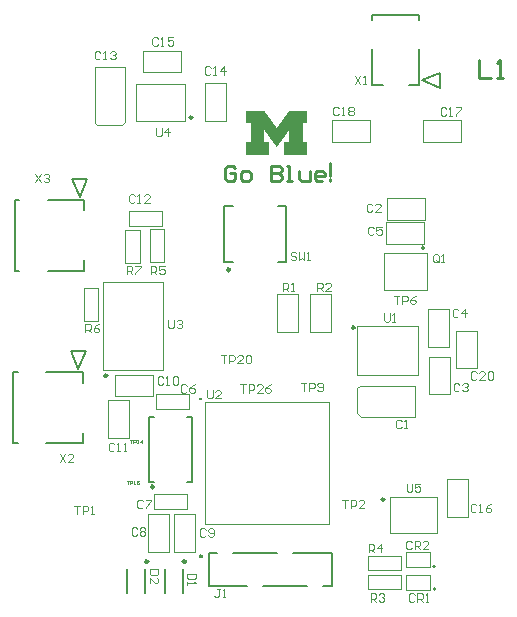
<source format=gto>
G04*
G04 #@! TF.GenerationSoftware,Altium Limited,Altium Designer,23.7.1 (13)*
G04*
G04 Layer_Color=65535*
%FSLAX25Y25*%
%MOIN*%
G70*
G04*
G04 #@! TF.SameCoordinates,E761BF88-05AE-44ED-84BE-F3DD1BAF6ADF*
G04*
G04*
G04 #@! TF.FilePolarity,Positive*
G04*
G01*
G75*
%ADD10C,0.01000*%
%ADD11C,0.00600*%
%ADD12C,0.00394*%
%ADD13C,0.00500*%
G36*
X82328Y171668D02*
X87636D01*
Y171633D01*
X87653D01*
Y171615D01*
X87671D01*
Y171580D01*
X87689D01*
Y171562D01*
X87706D01*
Y171545D01*
X87724D01*
Y171509D01*
X87742D01*
Y171492D01*
X87759D01*
Y171474D01*
X87777D01*
Y171439D01*
X87795D01*
Y171421D01*
X87812D01*
Y171386D01*
X87830D01*
Y171368D01*
X87848D01*
Y171351D01*
X87865D01*
Y171316D01*
X87883D01*
Y171298D01*
X87900D01*
Y171280D01*
X87918D01*
Y171245D01*
X87936D01*
Y171227D01*
X87953D01*
Y171192D01*
X87971D01*
Y171174D01*
X87989D01*
Y171157D01*
X88006D01*
Y171122D01*
X88024D01*
Y171104D01*
X88042D01*
Y171069D01*
X88059D01*
Y171051D01*
X88077D01*
Y171033D01*
X88094D01*
Y170998D01*
X88112D01*
Y170980D01*
X88130D01*
Y170963D01*
X88147D01*
Y170928D01*
X88165D01*
Y170910D01*
X88182D01*
Y170875D01*
X88200D01*
Y170857D01*
X88218D01*
Y170839D01*
X88235D01*
Y170804D01*
X88253D01*
Y170786D01*
X88271D01*
Y170751D01*
X88288D01*
Y170733D01*
X88306D01*
Y170716D01*
X88324D01*
Y170681D01*
X88341D01*
Y170663D01*
X88359D01*
Y170645D01*
X88376D01*
Y170610D01*
X88394D01*
Y170592D01*
X88412D01*
Y170557D01*
X88429D01*
Y170540D01*
X88447D01*
Y170522D01*
X88465D01*
Y170487D01*
X88482D01*
Y170469D01*
X88500D01*
Y170451D01*
X88518D01*
Y170416D01*
X88535D01*
Y170398D01*
X88553D01*
Y170363D01*
X88570D01*
Y170346D01*
X88588D01*
Y170328D01*
X88606D01*
Y170293D01*
X88623D01*
Y170275D01*
X88641D01*
Y170240D01*
X88659D01*
Y170222D01*
X88676D01*
Y170204D01*
X88694D01*
Y170169D01*
X88712D01*
Y170152D01*
X88729D01*
Y170134D01*
X88747D01*
Y170099D01*
X88764D01*
Y170081D01*
X88782D01*
Y170046D01*
X88800D01*
Y170028D01*
X88817D01*
Y170011D01*
X88835D01*
Y169975D01*
X88853D01*
Y169958D01*
X88870D01*
Y169940D01*
X88888D01*
Y169905D01*
X88906D01*
Y169887D01*
X88923D01*
Y169852D01*
X88941D01*
Y169834D01*
X88958D01*
Y169817D01*
X88976D01*
Y169781D01*
X88994D01*
Y169764D01*
X89011D01*
Y169728D01*
X89029D01*
Y169711D01*
X89047D01*
Y169693D01*
X89064D01*
Y169658D01*
X89082D01*
Y169640D01*
X89100D01*
Y169623D01*
X89117D01*
Y169587D01*
X89135D01*
Y169570D01*
X89152D01*
Y169535D01*
X89170D01*
Y169517D01*
X89188D01*
Y169499D01*
X89205D01*
Y169464D01*
X89223D01*
Y169446D01*
X89240D01*
Y169411D01*
X89258D01*
Y169393D01*
X89276D01*
Y169376D01*
X89293D01*
Y169341D01*
X89311D01*
Y169323D01*
X89329D01*
Y169305D01*
X89346D01*
Y169270D01*
X89364D01*
Y169252D01*
X89382D01*
Y169217D01*
X89399D01*
Y169199D01*
X89417D01*
Y169182D01*
X89434D01*
Y169147D01*
X89452D01*
Y169129D01*
X89470D01*
Y169111D01*
X89487D01*
Y169076D01*
X89505D01*
Y169058D01*
X89523D01*
Y169023D01*
X89540D01*
Y169006D01*
X89558D01*
Y168988D01*
X89576D01*
Y168953D01*
X89593D01*
Y168935D01*
X89611D01*
Y168900D01*
X89628D01*
Y168882D01*
X89646D01*
Y168864D01*
X89664D01*
Y168829D01*
X89681D01*
Y168812D01*
X89699D01*
Y168794D01*
X89717D01*
Y168759D01*
X89734D01*
Y168741D01*
X89752D01*
Y168706D01*
X89770D01*
Y168688D01*
X89787D01*
Y168670D01*
X89805D01*
Y168635D01*
X89822D01*
Y168617D01*
X89840D01*
Y168600D01*
X89858D01*
Y168565D01*
X89875D01*
Y168547D01*
X89893D01*
Y168512D01*
X89911D01*
Y168494D01*
X89928D01*
Y168476D01*
X89946D01*
Y168441D01*
X89964D01*
Y168424D01*
X89981D01*
Y168388D01*
X89999D01*
Y168371D01*
X90016D01*
Y168353D01*
X90034D01*
Y168318D01*
X90052D01*
Y168300D01*
X90069D01*
Y168282D01*
X90087D01*
Y168247D01*
X90105D01*
Y168230D01*
X90122D01*
Y168194D01*
X90140D01*
Y168177D01*
X90158D01*
Y168159D01*
X90175D01*
Y168124D01*
X90193D01*
Y168106D01*
X90210D01*
Y168071D01*
X90228D01*
Y168053D01*
X90246D01*
Y168036D01*
X90263D01*
Y168000D01*
X90281D01*
Y167983D01*
X90298D01*
Y167965D01*
X90316D01*
Y167930D01*
X90334D01*
Y167912D01*
X90351D01*
Y167877D01*
X90369D01*
Y167859D01*
X90387D01*
Y167842D01*
X90404D01*
Y167806D01*
X90422D01*
Y167789D01*
X90440D01*
Y167771D01*
X90457D01*
Y167736D01*
X90475D01*
Y167718D01*
X90492D01*
Y167683D01*
X90510D01*
Y167665D01*
X90528D01*
Y167648D01*
X90545D01*
Y167612D01*
X90563D01*
Y167595D01*
X90581D01*
Y167560D01*
X90598D01*
Y167542D01*
X90616D01*
Y167524D01*
X90634D01*
Y167489D01*
X90651D01*
Y167471D01*
X90669D01*
Y167454D01*
X90687D01*
Y167419D01*
X90704D01*
Y167401D01*
X90722D01*
Y167366D01*
X90739D01*
Y167348D01*
X90757D01*
Y167330D01*
X90775D01*
Y167295D01*
X90792D01*
Y167277D01*
X90810D01*
Y167242D01*
X90828D01*
Y167225D01*
X90845D01*
Y167207D01*
X90863D01*
Y167172D01*
X90880D01*
Y167154D01*
X90898D01*
Y167136D01*
X90916D01*
Y167101D01*
X90933D01*
Y167083D01*
X90951D01*
Y167048D01*
X90969D01*
Y167031D01*
X90986D01*
Y167013D01*
X91004D01*
Y166978D01*
X91022D01*
Y166960D01*
X91039D01*
Y166942D01*
X91057D01*
Y166907D01*
X91074D01*
Y166890D01*
X91092D01*
Y166854D01*
X91110D01*
Y166837D01*
X91127D01*
Y166819D01*
X91145D01*
Y166784D01*
X91163D01*
Y166766D01*
X91180D01*
Y166731D01*
X91198D01*
Y166713D01*
X91215D01*
Y166695D01*
X91233D01*
Y166660D01*
X91251D01*
Y166643D01*
X91268D01*
Y166625D01*
X91286D01*
Y166590D01*
X91304D01*
Y166572D01*
X91321D01*
Y166537D01*
X91339D01*
Y166519D01*
X91357D01*
Y166501D01*
X91374D01*
Y166466D01*
X91392D01*
Y166449D01*
X91409D01*
Y166431D01*
X91427D01*
Y166396D01*
X91445D01*
Y166378D01*
X91462D01*
Y166343D01*
X91480D01*
Y166325D01*
X91498D01*
Y166307D01*
X91515D01*
Y166272D01*
X91533D01*
Y166255D01*
X91550D01*
Y166219D01*
X91568D01*
Y166202D01*
X91586D01*
Y166184D01*
X91603D01*
Y166149D01*
X91621D01*
Y166131D01*
X91639D01*
Y166114D01*
X91656D01*
Y166078D01*
X91674D01*
Y166061D01*
X91692D01*
Y166025D01*
X91709D01*
Y166008D01*
X91727D01*
Y165990D01*
X91745D01*
Y165955D01*
X91762D01*
Y165937D01*
X91780D01*
Y165920D01*
X91815D01*
Y165955D01*
X91833D01*
Y165972D01*
X91850D01*
Y165990D01*
X91868D01*
Y166025D01*
X91886D01*
Y166043D01*
X91903D01*
Y166078D01*
X91921D01*
Y166096D01*
X91939D01*
Y166114D01*
X91956D01*
Y166149D01*
X91974D01*
Y166166D01*
X91991D01*
Y166184D01*
X92009D01*
Y166219D01*
X92027D01*
Y166237D01*
X92044D01*
Y166272D01*
X92062D01*
Y166290D01*
X92080D01*
Y166307D01*
X92097D01*
Y166343D01*
X92115D01*
Y166360D01*
X92132D01*
Y166396D01*
X92150D01*
Y166413D01*
X92168D01*
Y166431D01*
X92185D01*
Y166466D01*
X92203D01*
Y166484D01*
X92221D01*
Y166501D01*
X92238D01*
Y166537D01*
X92256D01*
Y166554D01*
X92273D01*
Y166590D01*
X92291D01*
Y166607D01*
X92309D01*
Y166625D01*
X92326D01*
Y166660D01*
X92344D01*
Y166678D01*
X92362D01*
Y166713D01*
X92379D01*
Y166731D01*
X92397D01*
Y166748D01*
X92415D01*
Y166784D01*
X92432D01*
Y166801D01*
X92450D01*
Y166819D01*
X92467D01*
Y166854D01*
X92485D01*
Y166872D01*
X92503D01*
Y166907D01*
X92520D01*
Y166925D01*
X92538D01*
Y166942D01*
X92556D01*
Y166978D01*
X92573D01*
Y166995D01*
X92591D01*
Y167013D01*
X92608D01*
Y167048D01*
X92626D01*
Y167066D01*
X92644D01*
Y167101D01*
X92661D01*
Y167119D01*
X92679D01*
Y167136D01*
X92697D01*
Y167172D01*
X92714D01*
Y167189D01*
X92732D01*
Y167225D01*
X92750D01*
Y167242D01*
X92767D01*
Y167260D01*
X92785D01*
Y167295D01*
X92803D01*
Y167313D01*
X92820D01*
Y167330D01*
X92838D01*
Y167366D01*
X92855D01*
Y167383D01*
X92873D01*
Y167419D01*
X92891D01*
Y167436D01*
X92908D01*
Y167454D01*
X92926D01*
Y167489D01*
X92944D01*
Y167507D01*
X92961D01*
Y167524D01*
X92979D01*
Y167560D01*
X92997D01*
Y167577D01*
X93014D01*
Y167612D01*
X93032D01*
Y167630D01*
X93049D01*
Y167648D01*
X93067D01*
Y167683D01*
X93085D01*
Y167701D01*
X93102D01*
Y167736D01*
X93120D01*
Y167754D01*
X93138D01*
Y167771D01*
X93155D01*
Y167806D01*
X93173D01*
Y167824D01*
X93190D01*
Y167842D01*
X93208D01*
Y167877D01*
X93226D01*
Y167895D01*
X93243D01*
Y167930D01*
X93261D01*
Y167947D01*
X93279D01*
Y167965D01*
X93296D01*
Y168000D01*
X93314D01*
Y168018D01*
X93331D01*
Y168053D01*
X93349D01*
Y168071D01*
X93367D01*
Y168088D01*
X93384D01*
Y168124D01*
X93402D01*
Y168141D01*
X93420D01*
Y168159D01*
X93437D01*
Y168194D01*
X93455D01*
Y168212D01*
X93473D01*
Y168247D01*
X93490D01*
Y168265D01*
X93508D01*
Y168282D01*
X93525D01*
Y168318D01*
X93543D01*
Y168335D01*
X93561D01*
Y168353D01*
X93578D01*
Y168388D01*
X93596D01*
Y168406D01*
X93614D01*
Y168441D01*
X93631D01*
Y168459D01*
X93649D01*
Y168476D01*
X93666D01*
Y168512D01*
X93684D01*
Y168529D01*
X93702D01*
Y168565D01*
X93719D01*
Y168582D01*
X93737D01*
Y168600D01*
X93755D01*
Y168635D01*
X93772D01*
Y168653D01*
X93790D01*
Y168670D01*
X93808D01*
Y168706D01*
X93825D01*
Y168723D01*
X93843D01*
Y168759D01*
X93861D01*
Y168776D01*
X93878D01*
Y168794D01*
X93896D01*
Y168829D01*
X93913D01*
Y168847D01*
X93931D01*
Y168864D01*
X93949D01*
Y168900D01*
X93966D01*
Y168917D01*
X93984D01*
Y168953D01*
X94002D01*
Y168970D01*
X94019D01*
Y168988D01*
X94037D01*
Y169023D01*
X94055D01*
Y169041D01*
X94072D01*
Y169076D01*
X94090D01*
Y169094D01*
X94107D01*
Y169111D01*
X94125D01*
Y169147D01*
X94143D01*
Y169164D01*
X94160D01*
Y169182D01*
X94178D01*
Y169217D01*
X94195D01*
Y169235D01*
X94213D01*
Y169270D01*
X94231D01*
Y169288D01*
X94248D01*
Y169305D01*
X94266D01*
Y169341D01*
X94284D01*
Y169358D01*
X94301D01*
Y169393D01*
X94319D01*
Y169411D01*
X94337D01*
Y169429D01*
X94354D01*
Y169464D01*
X94372D01*
Y169482D01*
X94389D01*
Y169499D01*
X94407D01*
Y169535D01*
X94425D01*
Y169552D01*
X94442D01*
Y169587D01*
X94460D01*
Y169605D01*
X94478D01*
Y169623D01*
X94495D01*
Y169658D01*
X94513D01*
Y169676D01*
X94531D01*
Y169693D01*
X94548D01*
Y169728D01*
X94566D01*
Y169746D01*
X94583D01*
Y169781D01*
X94601D01*
Y169799D01*
X94619D01*
Y169817D01*
X94636D01*
Y169852D01*
X94654D01*
Y169869D01*
X94672D01*
Y169905D01*
X94689D01*
Y169922D01*
X94707D01*
Y169940D01*
X94725D01*
Y169975D01*
X94742D01*
Y169993D01*
X94760D01*
Y170011D01*
X94777D01*
Y170046D01*
X94795D01*
Y170063D01*
X94813D01*
Y170099D01*
X94830D01*
Y170116D01*
X94848D01*
Y170134D01*
X94866D01*
Y170169D01*
X94883D01*
Y170187D01*
X94901D01*
Y170204D01*
X94919D01*
Y170240D01*
X94936D01*
Y170257D01*
X94954D01*
Y170293D01*
X94971D01*
Y170310D01*
X94989D01*
Y170328D01*
X95007D01*
Y170363D01*
X95024D01*
Y170381D01*
X95042D01*
Y170416D01*
X95060D01*
Y170434D01*
X95077D01*
Y170451D01*
X95095D01*
Y170487D01*
X95113D01*
Y170504D01*
X95130D01*
Y170522D01*
X95148D01*
Y170557D01*
X95165D01*
Y170575D01*
X95183D01*
Y170610D01*
X95201D01*
Y170628D01*
X95218D01*
Y170645D01*
X95236D01*
Y170681D01*
X95253D01*
Y170698D01*
X95271D01*
Y170733D01*
X95289D01*
Y170751D01*
X95306D01*
Y170769D01*
X95324D01*
Y170804D01*
X95342D01*
Y170822D01*
X95359D01*
Y170839D01*
X95377D01*
Y170875D01*
X95395D01*
Y170892D01*
X95412D01*
Y170928D01*
X95430D01*
Y170945D01*
X95447D01*
Y170963D01*
X95465D01*
Y170998D01*
X95483D01*
Y171016D01*
X95500D01*
Y171033D01*
X95518D01*
Y171069D01*
X95536D01*
Y171086D01*
X95553D01*
Y171122D01*
X95571D01*
Y171139D01*
X95589D01*
Y171157D01*
X95606D01*
Y171192D01*
X95624D01*
Y171210D01*
X95641D01*
Y171245D01*
X95659D01*
Y171263D01*
X95677D01*
Y171280D01*
X95694D01*
Y171316D01*
X95712D01*
Y171333D01*
X95730D01*
Y171351D01*
X95747D01*
Y171386D01*
X95765D01*
Y171404D01*
X95783D01*
Y171439D01*
X95800D01*
Y171457D01*
X95818D01*
Y171474D01*
X95836D01*
Y171509D01*
X95853D01*
Y171527D01*
X95871D01*
Y171562D01*
X95888D01*
Y171580D01*
X95906D01*
Y171598D01*
X95924D01*
Y171633D01*
X95941D01*
Y171651D01*
X95959D01*
Y171668D01*
X102007D01*
Y167560D01*
X100455D01*
Y167542D01*
X100438D01*
Y161159D01*
X102007D01*
Y157050D01*
X94319D01*
Y161159D01*
X95977D01*
Y165302D01*
X95959D01*
Y165285D01*
X95941D01*
Y165250D01*
X95924D01*
Y165232D01*
X95906D01*
Y165214D01*
X95888D01*
Y165179D01*
X95871D01*
Y165161D01*
X95853D01*
Y165126D01*
X95836D01*
Y165109D01*
X95818D01*
Y165091D01*
X95800D01*
Y165056D01*
X95783D01*
Y165038D01*
X95765D01*
Y165020D01*
X95747D01*
Y164985D01*
X95730D01*
Y164967D01*
X95712D01*
Y164932D01*
X95694D01*
Y164915D01*
X95677D01*
Y164897D01*
X95659D01*
Y164862D01*
X95641D01*
Y164844D01*
X95624D01*
Y164826D01*
X95606D01*
Y164791D01*
X95589D01*
Y164773D01*
X95571D01*
Y164756D01*
X95553D01*
Y164720D01*
X95536D01*
Y164703D01*
X95518D01*
Y164668D01*
X95500D01*
Y164650D01*
X95483D01*
Y164632D01*
X95465D01*
Y164597D01*
X95447D01*
Y164579D01*
X95430D01*
Y164562D01*
X95412D01*
Y164527D01*
X95395D01*
Y164509D01*
X95377D01*
Y164491D01*
X95359D01*
Y164456D01*
X95342D01*
Y164438D01*
X95324D01*
Y164403D01*
X95306D01*
Y164385D01*
X95289D01*
Y164368D01*
X95271D01*
Y164333D01*
X95253D01*
Y164315D01*
X95236D01*
Y164297D01*
X95218D01*
Y164262D01*
X95201D01*
Y164244D01*
X95183D01*
Y164209D01*
X95165D01*
Y164191D01*
X95148D01*
Y164174D01*
X95130D01*
Y164139D01*
X95113D01*
Y164121D01*
X95095D01*
Y164103D01*
X95077D01*
Y164068D01*
X95060D01*
Y164050D01*
X95042D01*
Y164033D01*
X95024D01*
Y163998D01*
X95007D01*
Y163980D01*
X94989D01*
Y163945D01*
X94971D01*
Y163927D01*
X94954D01*
Y163909D01*
X94936D01*
Y163874D01*
X94919D01*
Y163856D01*
X94901D01*
Y163839D01*
X94883D01*
Y163804D01*
X94866D01*
Y163786D01*
X94848D01*
Y163751D01*
X94830D01*
Y163733D01*
X94813D01*
Y163715D01*
X94795D01*
Y163680D01*
X94777D01*
Y163663D01*
X94760D01*
Y163645D01*
X94742D01*
Y163610D01*
X94725D01*
Y163592D01*
X94707D01*
Y163574D01*
X94689D01*
Y163539D01*
X94672D01*
Y163522D01*
X94654D01*
Y163486D01*
X94636D01*
Y163469D01*
X94619D01*
Y163451D01*
X94601D01*
Y163416D01*
X94583D01*
Y163398D01*
X94566D01*
Y163380D01*
X94548D01*
Y163345D01*
X94531D01*
Y163328D01*
X94513D01*
Y163310D01*
X94495D01*
Y163275D01*
X94478D01*
Y163257D01*
X94460D01*
Y163222D01*
X94442D01*
Y163204D01*
X94425D01*
Y163186D01*
X94407D01*
Y163151D01*
X94389D01*
Y163134D01*
X94372D01*
Y163116D01*
X94354D01*
Y163081D01*
X94337D01*
Y163063D01*
X94319D01*
Y163028D01*
X94301D01*
Y163010D01*
X94284D01*
Y162993D01*
X94266D01*
Y162957D01*
X94248D01*
Y162940D01*
X94231D01*
Y162922D01*
X94213D01*
Y162887D01*
X94195D01*
Y162869D01*
X94178D01*
Y162851D01*
X94160D01*
Y162816D01*
X94143D01*
Y162799D01*
X94125D01*
Y162763D01*
X94107D01*
Y162746D01*
X94090D01*
Y162728D01*
X94072D01*
Y162693D01*
X94055D01*
Y162675D01*
X94037D01*
Y162657D01*
X94019D01*
Y162622D01*
X94002D01*
Y162604D01*
X93984D01*
Y162569D01*
X93966D01*
Y162552D01*
X93949D01*
Y162534D01*
X93931D01*
Y162499D01*
X93913D01*
Y162481D01*
X93896D01*
Y162463D01*
X93878D01*
Y162428D01*
X93861D01*
Y162410D01*
X93843D01*
Y162393D01*
X93825D01*
Y162358D01*
X93808D01*
Y162340D01*
X93790D01*
Y162305D01*
X93772D01*
Y162287D01*
X93755D01*
Y162269D01*
X93737D01*
Y162234D01*
X93719D01*
Y162217D01*
X93702D01*
Y162199D01*
X93684D01*
Y162164D01*
X93666D01*
Y162146D01*
X93649D01*
Y162128D01*
X93631D01*
Y162093D01*
X93614D01*
Y162075D01*
X93596D01*
Y162040D01*
X93578D01*
Y162023D01*
X93561D01*
Y162005D01*
X93543D01*
Y161970D01*
X93525D01*
Y161952D01*
X93508D01*
Y161934D01*
X93490D01*
Y161899D01*
X93473D01*
Y161881D01*
X93455D01*
Y161846D01*
X93437D01*
Y161829D01*
X93420D01*
Y161811D01*
X93402D01*
Y161776D01*
X93384D01*
Y161758D01*
X93367D01*
Y161741D01*
X93349D01*
Y161705D01*
X93331D01*
Y161688D01*
X93314D01*
Y161670D01*
X93296D01*
Y161635D01*
X93279D01*
Y161617D01*
X93261D01*
Y161582D01*
X93243D01*
Y161564D01*
X93226D01*
Y161547D01*
X93208D01*
Y161511D01*
X93190D01*
Y161494D01*
X93173D01*
Y161476D01*
X93155D01*
Y161441D01*
X93138D01*
Y161423D01*
X93120D01*
Y161388D01*
X93102D01*
Y161370D01*
X93085D01*
Y161353D01*
X93067D01*
Y161317D01*
X93049D01*
Y161300D01*
X93032D01*
Y161282D01*
X93014D01*
Y161247D01*
X92997D01*
Y161229D01*
X92979D01*
Y161212D01*
X92961D01*
Y161176D01*
X92944D01*
Y161159D01*
X92926D01*
Y161123D01*
X92908D01*
Y161106D01*
X92891D01*
Y161088D01*
X92873D01*
Y161053D01*
X92855D01*
Y161035D01*
X92838D01*
Y161018D01*
X92820D01*
Y160982D01*
X92803D01*
Y160965D01*
X92785D01*
Y160947D01*
X92767D01*
Y160912D01*
X92750D01*
Y160894D01*
X92732D01*
Y160859D01*
X92714D01*
Y160841D01*
X92697D01*
Y160824D01*
X92679D01*
Y160788D01*
X92661D01*
Y160771D01*
X92644D01*
Y160753D01*
X92626D01*
Y160718D01*
X92608D01*
Y160700D01*
X92591D01*
Y160665D01*
X92573D01*
Y160647D01*
X92556D01*
Y160630D01*
X92538D01*
Y160594D01*
X92520D01*
Y160577D01*
X92503D01*
Y160559D01*
X92485D01*
Y160524D01*
X92467D01*
Y160506D01*
X92450D01*
Y160488D01*
X92432D01*
Y160453D01*
X92415D01*
Y160436D01*
X92397D01*
Y160400D01*
X92379D01*
Y160383D01*
X92362D01*
Y160365D01*
X92344D01*
Y160330D01*
X92326D01*
Y160312D01*
X92309D01*
Y160294D01*
X92291D01*
Y160259D01*
X92273D01*
Y160242D01*
X92256D01*
Y160206D01*
X92238D01*
Y160189D01*
X92221D01*
Y160171D01*
X92203D01*
Y160136D01*
X92185D01*
Y160118D01*
X92168D01*
Y160101D01*
X92150D01*
Y160065D01*
X92132D01*
Y160048D01*
X92115D01*
Y160030D01*
X92097D01*
Y159995D01*
X92080D01*
Y159977D01*
X92062D01*
Y159942D01*
X92044D01*
Y159924D01*
X92027D01*
Y159907D01*
X92009D01*
Y159871D01*
X91991D01*
Y159854D01*
X91974D01*
Y159836D01*
X91956D01*
Y159801D01*
X91939D01*
Y159783D01*
X91921D01*
Y159766D01*
X91903D01*
Y159730D01*
X91886D01*
Y159713D01*
X91868D01*
Y159677D01*
X91850D01*
Y159660D01*
X91833D01*
Y159642D01*
X91815D01*
Y159607D01*
X91780D01*
Y159625D01*
X91762D01*
Y159642D01*
X91745D01*
Y159677D01*
X91727D01*
Y159695D01*
X91709D01*
Y159713D01*
X91692D01*
Y159748D01*
X91674D01*
Y159766D01*
X91656D01*
Y159783D01*
X91639D01*
Y159818D01*
X91621D01*
Y159836D01*
X91603D01*
Y159871D01*
X91586D01*
Y159889D01*
X91568D01*
Y159907D01*
X91550D01*
Y159942D01*
X91533D01*
Y159959D01*
X91515D01*
Y159977D01*
X91498D01*
Y160012D01*
X91480D01*
Y160030D01*
X91462D01*
Y160065D01*
X91445D01*
Y160083D01*
X91427D01*
Y160101D01*
X91409D01*
Y160136D01*
X91392D01*
Y160153D01*
X91374D01*
Y160171D01*
X91357D01*
Y160206D01*
X91339D01*
Y160224D01*
X91321D01*
Y160242D01*
X91304D01*
Y160277D01*
X91286D01*
Y160294D01*
X91268D01*
Y160330D01*
X91251D01*
Y160347D01*
X91233D01*
Y160365D01*
X91215D01*
Y160400D01*
X91198D01*
Y160418D01*
X91180D01*
Y160436D01*
X91163D01*
Y160471D01*
X91145D01*
Y160488D01*
X91127D01*
Y160506D01*
X91110D01*
Y160541D01*
X91092D01*
Y160559D01*
X91074D01*
Y160594D01*
X91057D01*
Y160612D01*
X91039D01*
Y160630D01*
X91022D01*
Y160665D01*
X91004D01*
Y160682D01*
X90986D01*
Y160700D01*
X90969D01*
Y160735D01*
X90951D01*
Y160753D01*
X90933D01*
Y160788D01*
X90916D01*
Y160806D01*
X90898D01*
Y160824D01*
X90880D01*
Y160859D01*
X90863D01*
Y160876D01*
X90845D01*
Y160894D01*
X90828D01*
Y160929D01*
X90810D01*
Y160947D01*
X90792D01*
Y160965D01*
X90775D01*
Y161000D01*
X90757D01*
Y161018D01*
X90739D01*
Y161053D01*
X90722D01*
Y161070D01*
X90704D01*
Y161088D01*
X90687D01*
Y161123D01*
X90669D01*
Y161141D01*
X90651D01*
Y161159D01*
X90634D01*
Y161194D01*
X90616D01*
Y161212D01*
X90598D01*
Y161229D01*
X90581D01*
Y161264D01*
X90563D01*
Y161282D01*
X90545D01*
Y161317D01*
X90528D01*
Y161335D01*
X90510D01*
Y161353D01*
X90492D01*
Y161388D01*
X90475D01*
Y161405D01*
X90457D01*
Y161423D01*
X90440D01*
Y161458D01*
X90422D01*
Y161476D01*
X90404D01*
Y161511D01*
X90387D01*
Y161529D01*
X90369D01*
Y161547D01*
X90351D01*
Y161582D01*
X90334D01*
Y161599D01*
X90316D01*
Y161617D01*
X90298D01*
Y161652D01*
X90281D01*
Y161670D01*
X90263D01*
Y161688D01*
X90246D01*
Y161723D01*
X90228D01*
Y161741D01*
X90210D01*
Y161776D01*
X90193D01*
Y161793D01*
X90175D01*
Y161811D01*
X90158D01*
Y161846D01*
X90140D01*
Y161864D01*
X90122D01*
Y161881D01*
X90105D01*
Y161917D01*
X90087D01*
Y161934D01*
X90069D01*
Y161970D01*
X90052D01*
Y161987D01*
X90034D01*
Y162005D01*
X90016D01*
Y162040D01*
X89999D01*
Y162058D01*
X89981D01*
Y162075D01*
X89964D01*
Y162111D01*
X89946D01*
Y162128D01*
X89928D01*
Y162146D01*
X89911D01*
Y162181D01*
X89893D01*
Y162199D01*
X89875D01*
Y162234D01*
X89858D01*
Y162252D01*
X89840D01*
Y162269D01*
X89822D01*
Y162305D01*
X89805D01*
Y162322D01*
X89787D01*
Y162340D01*
X89770D01*
Y162375D01*
X89752D01*
Y162393D01*
X89734D01*
Y162410D01*
X89717D01*
Y162446D01*
X89699D01*
Y162463D01*
X89681D01*
Y162499D01*
X89664D01*
Y162516D01*
X89646D01*
Y162534D01*
X89628D01*
Y162569D01*
X89611D01*
Y162587D01*
X89593D01*
Y162604D01*
X89576D01*
Y162640D01*
X89558D01*
Y162657D01*
X89540D01*
Y162693D01*
X89523D01*
Y162710D01*
X89505D01*
Y162728D01*
X89487D01*
Y162763D01*
X89470D01*
Y162781D01*
X89452D01*
Y162799D01*
X89434D01*
Y162834D01*
X89417D01*
Y162851D01*
X89399D01*
Y162869D01*
X89382D01*
Y162904D01*
X89364D01*
Y162922D01*
X89346D01*
Y162957D01*
X89329D01*
Y162975D01*
X89311D01*
Y162993D01*
X89293D01*
Y163028D01*
X89276D01*
Y163045D01*
X89258D01*
Y163063D01*
X89240D01*
Y163098D01*
X89223D01*
Y163116D01*
X89205D01*
Y163151D01*
X89188D01*
Y163169D01*
X89170D01*
Y163186D01*
X89152D01*
Y163222D01*
X89135D01*
Y163239D01*
X89117D01*
Y163257D01*
X89100D01*
Y163292D01*
X89082D01*
Y163310D01*
X89064D01*
Y163328D01*
X89047D01*
Y163363D01*
X89029D01*
Y163380D01*
X89011D01*
Y163416D01*
X88994D01*
Y163433D01*
X88976D01*
Y163451D01*
X88958D01*
Y163486D01*
X88941D01*
Y163504D01*
X88923D01*
Y163522D01*
X88906D01*
Y163557D01*
X88888D01*
Y163574D01*
X88870D01*
Y163592D01*
X88853D01*
Y163627D01*
X88835D01*
Y163645D01*
X88817D01*
Y163680D01*
X88800D01*
Y163698D01*
X88782D01*
Y163715D01*
X88764D01*
Y163751D01*
X88747D01*
Y163768D01*
X88729D01*
Y163786D01*
X88712D01*
Y163821D01*
X88694D01*
Y163839D01*
X88676D01*
Y163874D01*
X88659D01*
Y163892D01*
X88641D01*
Y163909D01*
X88623D01*
Y163945D01*
X88606D01*
Y163962D01*
X88588D01*
Y163980D01*
X88570D01*
Y164015D01*
X88553D01*
Y164033D01*
X88535D01*
Y164050D01*
X88518D01*
Y164086D01*
X88500D01*
Y164103D01*
X88482D01*
Y164139D01*
X88465D01*
Y164156D01*
X88447D01*
Y164174D01*
X88429D01*
Y164209D01*
X88412D01*
Y164227D01*
X88394D01*
Y164244D01*
X88376D01*
Y164280D01*
X88359D01*
Y164297D01*
X88341D01*
Y164315D01*
X88324D01*
Y164350D01*
X88306D01*
Y164368D01*
X88288D01*
Y164403D01*
X88271D01*
Y164421D01*
X88253D01*
Y164438D01*
X88235D01*
Y164474D01*
X88218D01*
Y164491D01*
X88200D01*
Y164509D01*
X88182D01*
Y164544D01*
X88165D01*
Y164562D01*
X88147D01*
Y164597D01*
X88130D01*
Y164615D01*
X88112D01*
Y164632D01*
X88094D01*
Y164668D01*
X88077D01*
Y164685D01*
X88059D01*
Y164703D01*
X88042D01*
Y164738D01*
X88024D01*
Y164756D01*
X88006D01*
Y164773D01*
X87989D01*
Y164809D01*
X87971D01*
Y164826D01*
X87953D01*
Y164862D01*
X87936D01*
Y164879D01*
X87918D01*
Y164897D01*
X87900D01*
Y164932D01*
X87883D01*
Y164950D01*
X87865D01*
Y164967D01*
X87848D01*
Y165003D01*
X87830D01*
Y165020D01*
X87812D01*
Y165056D01*
X87795D01*
Y165073D01*
X87777D01*
Y165091D01*
X87759D01*
Y165126D01*
X87742D01*
Y165144D01*
X87724D01*
Y165161D01*
X87706D01*
Y165197D01*
X87689D01*
Y165214D01*
X87671D01*
Y165232D01*
X87653D01*
Y165267D01*
X87636D01*
Y165285D01*
X87618D01*
Y165302D01*
X87601D01*
Y161159D01*
X89276D01*
Y157050D01*
X81570D01*
Y161159D01*
X83139D01*
Y167542D01*
X83122D01*
Y167560D01*
X81570D01*
Y171668D01*
X82311D01*
X82328D01*
D02*
G37*
D10*
X66311Y75578D02*
G03*
X66339Y75661I-111J84D01*
G01*
X50846Y46347D02*
G03*
X50846Y46347I-500J0D01*
G01*
X61480Y21461D02*
G03*
X61480Y21461I-500J0D01*
G01*
X66794Y23194D02*
G03*
X66794Y23194I-278J0D01*
G01*
X48882Y21461D02*
G03*
X48882Y21461I-500J0D01*
G01*
X76146Y118709D02*
G03*
X76146Y118709I-500J0D01*
G01*
X63571Y169465D02*
G03*
X63571Y169465I-394J0D01*
G01*
X127559Y42126D02*
G03*
X127559Y42126I-394J0D01*
G01*
X140945Y125984D02*
G03*
X140945Y125984I-394J0D01*
G01*
X117717Y99410D02*
G03*
X117717Y99410I-394J0D01*
G01*
X35354Y83417D02*
G03*
X35354Y83417I-500J0D01*
G01*
X78033Y152508D02*
X77180Y153360D01*
X75475D01*
X74622Y152508D01*
Y149097D01*
X75475Y148244D01*
X77180D01*
X78033Y149097D01*
Y150802D01*
X76328D01*
X80591Y148244D02*
X82297D01*
X83149Y149097D01*
Y150802D01*
X82297Y151655D01*
X80591D01*
X79738Y150802D01*
Y149097D01*
X80591Y148244D01*
X89971Y153360D02*
Y148244D01*
X92530D01*
X93382Y149097D01*
Y149950D01*
X92530Y150802D01*
X89971D01*
X92530D01*
X93382Y151655D01*
Y152508D01*
X92530Y153360D01*
X89971D01*
X95088Y148244D02*
X96793D01*
X95941D01*
Y153360D01*
X95088D01*
X99352Y151655D02*
Y149097D01*
X100204Y148244D01*
X102763D01*
Y151655D01*
X107026Y148244D02*
X105321D01*
X104468Y149097D01*
Y150802D01*
X105321Y151655D01*
X107026D01*
X107879Y150802D01*
Y149950D01*
X104468D01*
X109584D02*
Y154213D01*
Y149097D02*
Y148244D01*
X159300Y188498D02*
Y182500D01*
X163299D01*
X165298D02*
X167297D01*
X166298D01*
Y188498D01*
X165298Y187498D01*
D11*
X144591Y12303D02*
G03*
X144591Y12303I-300J0D01*
G01*
Y19783D02*
G03*
X144591Y19783I-300J0D01*
G01*
X49147Y48096D02*
Y69596D01*
X63547Y48096D02*
Y69596D01*
X61806Y48096D02*
X63547D01*
X61806Y69596D02*
X63547D01*
X49147Y48096D02*
X50886D01*
X49147Y69596D02*
X50886D01*
X60539Y11016D02*
Y18905D01*
X54421Y11016D02*
Y18905D01*
X77107Y24265D02*
X91987D01*
X87107Y13265D02*
X101987D01*
X69047Y24265D02*
X71987D01*
X69047Y13265D02*
Y24265D01*
X97107D02*
X110047D01*
Y13265D02*
Y24265D01*
X69047Y13265D02*
X81987D01*
X107107D02*
X110047D01*
X47941Y11016D02*
Y18905D01*
X41823Y11016D02*
Y18905D01*
X92170Y121359D02*
X94996D01*
X74296D02*
X77121D01*
X74296D02*
Y140059D01*
X92170D02*
X94996D01*
Y121359D02*
Y140059D01*
X74296D02*
X77121D01*
D12*
X151575Y85827D02*
X158661D01*
Y98425D01*
X151575Y85827D02*
Y98425D01*
X158661D01*
X91732Y110630D02*
X98819D01*
X91732Y98032D02*
Y110630D01*
X98819Y98032D02*
Y110630D01*
X91732Y98032D02*
X98819D01*
X102756Y110630D02*
X109843D01*
X102756Y98032D02*
Y110630D01*
X109843Y98032D02*
Y110630D01*
X102756Y98032D02*
X109843D01*
X67716Y74776D02*
X109153D01*
X67716Y33831D02*
Y74776D01*
X109153Y33831D02*
Y74776D01*
X67716Y33831D02*
X109153D01*
X110236Y161417D02*
Y168504D01*
Y161417D02*
X122835D01*
X110236Y168504D02*
X122835D01*
Y161417D02*
Y168504D01*
X124409Y69685D02*
X133465D01*
X118701Y70866D02*
X119882Y69685D01*
X124409D01*
X137992D02*
Y79921D01*
X133465Y69685D02*
X137992D01*
X118701Y70866D02*
Y79134D01*
X119488Y79921D02*
X137992D01*
X118701Y79134D02*
X119488Y79921D01*
X31051Y167697D02*
X31839Y166910D01*
X31051Y167697D02*
Y186201D01*
X31839Y166910D02*
X40106D01*
X41287Y181673D02*
Y186201D01*
X31051D02*
X41287D01*
Y168091D02*
Y172618D01*
X40106Y166910D02*
X41287Y168091D01*
Y172618D02*
Y181673D01*
X61209Y168382D02*
Y180685D01*
X44969D02*
X61209D01*
X44969Y168382D02*
Y180685D01*
Y168382D02*
X61209D01*
X129527Y31004D02*
Y43110D01*
Y31004D02*
X145276D01*
Y43110D01*
X129527D02*
X145276D01*
X140551Y161417D02*
Y168504D01*
Y161417D02*
X153150D01*
X140551Y168504D02*
X153150D01*
Y161417D02*
Y168504D01*
X141091Y135413D02*
Y142500D01*
X128492D02*
X141091D01*
X128492Y135413D02*
X141091D01*
X128492D02*
Y142500D01*
X134976Y12067D02*
X142976D01*
X134976D02*
Y17067D01*
X142976D01*
Y12067D02*
Y17067D01*
X134976Y19547D02*
X142976D01*
X134976D02*
Y24547D01*
X142976D01*
Y19547D02*
Y24547D01*
X127559Y124409D02*
X141732D01*
X127559Y111811D02*
Y124409D01*
Y111811D02*
X141732D01*
Y124409D01*
X118602Y83661D02*
X138878D01*
Y99803D01*
X118602Y83661D02*
Y99803D01*
X138878D01*
X142520Y89764D02*
X149606D01*
X142520Y77165D02*
Y89764D01*
X149606Y77165D02*
Y89764D01*
X142520Y77165D02*
X149606D01*
X142126Y92913D02*
X149213D01*
Y105512D01*
X142126Y92913D02*
Y105512D01*
X149213D01*
X140909Y127429D02*
Y134516D01*
X128311D02*
X140909D01*
X128311Y127429D02*
X140909D01*
X128311D02*
Y134516D01*
X48949Y37283D02*
X56035D01*
X48949Y24685D02*
Y37283D01*
X56035Y24685D02*
Y37283D01*
X48949Y24685D02*
X56035D01*
X57579Y37268D02*
X64665D01*
X57579Y24669D02*
Y37268D01*
X64665Y24669D02*
Y37268D01*
X57579Y24669D02*
X64665D01*
X50488Y76535D02*
Y83622D01*
X37890D02*
X50488D01*
X37890Y76535D02*
X50488D01*
X37890D02*
Y83622D01*
X35453Y62614D02*
X42539D01*
Y75213D01*
X35453Y62614D02*
Y75213D01*
X42539D01*
X67894Y180929D02*
X74980D01*
X67894Y168331D02*
Y180929D01*
X74980Y168331D02*
Y180929D01*
X67894Y168331D02*
X74980D01*
X47327Y184583D02*
Y191669D01*
Y184583D02*
X59925D01*
X47327Y191669D02*
X59925D01*
Y184583D02*
Y191669D01*
X148425Y36220D02*
X155512D01*
Y48819D01*
X148425Y36220D02*
Y48819D01*
X155512D01*
X33716Y85252D02*
Y114583D01*
X53894D01*
Y85252D02*
Y114583D01*
X33716Y85252D02*
X53894D01*
X122047Y16929D02*
X133071D01*
Y12205D02*
Y16929D01*
X122047Y12205D02*
X133071D01*
X122047D02*
Y16929D01*
Y23228D02*
X133071D01*
Y18504D02*
Y23228D01*
X122047Y18504D02*
X133071D01*
X122047D02*
Y23228D01*
X49563Y121193D02*
Y132217D01*
X54287D01*
Y121193D02*
Y132217D01*
X49563Y121193D02*
X54287D01*
X32283Y101575D02*
Y112598D01*
X27559Y101575D02*
X32283D01*
X27559D02*
Y112598D01*
X32283D01*
X46091Y121059D02*
Y132083D01*
X41366Y121059D02*
X46091D01*
X41366D02*
Y132083D01*
X46091D01*
X51587Y72303D02*
Y77303D01*
X62587Y72303D02*
Y77303D01*
X51587D02*
X62587D01*
X51587Y72303D02*
X62587D01*
X50799Y38839D02*
Y43839D01*
X61799Y38839D02*
Y43839D01*
X50799D02*
X61799D01*
X50799Y38839D02*
X61799D01*
X42531Y133327D02*
Y138327D01*
X53531Y133327D02*
Y138327D01*
X42531D02*
X53531D01*
X42531Y133327D02*
X53531D01*
X158399Y84383D02*
X157940Y84842D01*
X157022D01*
X156563Y84383D01*
Y82546D01*
X157022Y82087D01*
X157940D01*
X158399Y82546D01*
X161155Y82087D02*
X159318D01*
X161155Y83924D01*
Y84383D01*
X160695Y84842D01*
X159777D01*
X159318Y84383D01*
X162073D02*
X162532Y84842D01*
X163450D01*
X163910Y84383D01*
Y82546D01*
X163450Y82087D01*
X162532D01*
X162073Y82546D01*
Y84383D01*
X113649Y41929D02*
X115486D01*
X114568D01*
Y39174D01*
X116404D02*
Y41929D01*
X117782D01*
X118241Y41469D01*
Y40551D01*
X117782Y40092D01*
X116404D01*
X120996Y39174D02*
X119159D01*
X120996Y41010D01*
Y41469D01*
X120537Y41929D01*
X119619D01*
X119159Y41469D01*
X52165Y18831D02*
X49410D01*
Y17454D01*
X49869Y16995D01*
X51706D01*
X52165Y17454D01*
Y18831D01*
X49410Y14240D02*
Y16076D01*
X51247Y14240D01*
X51706D01*
X52165Y14699D01*
Y15617D01*
X51706Y16076D01*
X64763Y17388D02*
X62008D01*
Y16010D01*
X62467Y15551D01*
X64304D01*
X64763Y16010D01*
Y17388D01*
X62008Y14633D02*
Y13714D01*
Y14174D01*
X64763D01*
X64304Y14633D01*
X98229Y124147D02*
X97770Y124606D01*
X96851D01*
X96392Y124147D01*
Y123688D01*
X96851Y123228D01*
X97770D01*
X98229Y122769D01*
Y122310D01*
X97770Y121851D01*
X96851D01*
X96392Y122310D01*
X99147Y124606D02*
Y121851D01*
X100066Y122769D01*
X100984Y121851D01*
Y124606D01*
X101902Y121851D02*
X102821D01*
X102361D01*
Y124606D01*
X101902Y124147D01*
X112456Y172521D02*
X111997Y172980D01*
X111078D01*
X110619Y172521D01*
Y170684D01*
X111078Y170225D01*
X111997D01*
X112456Y170684D01*
X113374Y170225D02*
X114293D01*
X113833D01*
Y172980D01*
X113374Y172521D01*
X115670D02*
X116129Y172980D01*
X117048D01*
X117507Y172521D01*
Y172062D01*
X117048Y171602D01*
X117507Y171143D01*
Y170684D01*
X117048Y170225D01*
X116129D01*
X115670Y170684D01*
Y171143D01*
X116129Y171602D01*
X115670Y172062D01*
Y172521D01*
X116129Y171602D02*
X117048D01*
X148231Y172387D02*
X147772Y172846D01*
X146854D01*
X146395Y172387D01*
Y170550D01*
X146854Y170091D01*
X147772D01*
X148231Y170550D01*
X149150Y170091D02*
X150068D01*
X149609D01*
Y172846D01*
X149150Y172387D01*
X151446Y172846D02*
X153282D01*
Y172387D01*
X151446Y170550D01*
Y170091D01*
X24345Y39960D02*
X26182D01*
X25263D01*
Y37205D01*
X27100D02*
Y39960D01*
X28477D01*
X28937Y39501D01*
Y38583D01*
X28477Y38124D01*
X27100D01*
X29855Y37205D02*
X30773D01*
X30314D01*
Y39960D01*
X29855Y39501D01*
X11346Y150590D02*
X13183Y147835D01*
Y150590D02*
X11346Y147835D01*
X14101Y150131D02*
X14560Y150590D01*
X15478D01*
X15938Y150131D01*
Y149672D01*
X15478Y149213D01*
X15019D01*
X15478D01*
X15938Y148753D01*
Y148294D01*
X15478Y147835D01*
X14560D01*
X14101Y148294D01*
X19421Y57248D02*
X21257Y54493D01*
Y57248D02*
X19421Y54493D01*
X24012D02*
X22176D01*
X24012Y56329D01*
Y56788D01*
X23553Y57248D01*
X22635D01*
X22176Y56788D01*
X117848Y183267D02*
X119685Y180512D01*
Y183267D02*
X117848Y180512D01*
X120603D02*
X121522D01*
X121063D01*
Y183267D01*
X120603Y182808D01*
X135106Y47440D02*
Y45145D01*
X135565Y44686D01*
X136483D01*
X136942Y45145D01*
Y47440D01*
X139697D02*
X137861D01*
Y46063D01*
X138779Y46522D01*
X139238D01*
X139697Y46063D01*
Y45145D01*
X139238Y44686D01*
X138320D01*
X137861Y45145D01*
X51539Y165909D02*
Y163613D01*
X51998Y163154D01*
X52916D01*
X53376Y163613D01*
Y165909D01*
X55671Y163154D02*
Y165909D01*
X54294Y164532D01*
X56130D01*
X55657Y101984D02*
Y99688D01*
X56116Y99229D01*
X57034D01*
X57494Y99688D01*
Y101984D01*
X58412Y101525D02*
X58871Y101984D01*
X59789D01*
X60249Y101525D01*
Y101066D01*
X59789Y100606D01*
X59330D01*
X59789D01*
X60249Y100147D01*
Y99688D01*
X59789Y99229D01*
X58871D01*
X58412Y99688D01*
X68570Y78543D02*
Y76247D01*
X69029Y75788D01*
X69948D01*
X70407Y76247D01*
Y78543D01*
X73162Y75788D02*
X71325D01*
X73162Y77624D01*
Y78084D01*
X72703Y78543D01*
X71785D01*
X71325Y78084D01*
X127596Y104196D02*
Y101901D01*
X128056Y101441D01*
X128974D01*
X129433Y101901D01*
Y104196D01*
X130351Y101441D02*
X131270D01*
X130811D01*
Y104196D01*
X130351Y103737D01*
X79701Y80515D02*
X81538D01*
X80619D01*
Y77760D01*
X82456D02*
Y80515D01*
X83834D01*
X84293Y80056D01*
Y79138D01*
X83834Y78679D01*
X82456D01*
X87048Y77760D02*
X85211D01*
X87048Y79597D01*
Y80056D01*
X86589Y80515D01*
X85670D01*
X85211Y80056D01*
X89803Y80515D02*
X88885Y80056D01*
X87966Y79138D01*
Y78219D01*
X88425Y77760D01*
X89344D01*
X89803Y78219D01*
Y78679D01*
X89344Y79138D01*
X87966D01*
X73166Y90236D02*
X75002D01*
X74084D01*
Y87481D01*
X75921D02*
Y90236D01*
X77298D01*
X77757Y89777D01*
Y88858D01*
X77298Y88399D01*
X75921D01*
X80512Y87481D02*
X78676D01*
X80512Y89317D01*
Y89777D01*
X80053Y90236D01*
X79135D01*
X78676Y89777D01*
X81431D02*
X81890Y90236D01*
X82808D01*
X83267Y89777D01*
Y87940D01*
X82808Y87481D01*
X81890D01*
X81431Y87940D01*
Y89777D01*
X41729Y48315D02*
X42516D01*
X42123D01*
Y47134D01*
X42910D02*
Y48315D01*
X43500D01*
X43697Y48118D01*
Y47724D01*
X43500Y47528D01*
X42910D01*
X44090Y47134D02*
X44484D01*
X44287D01*
Y48315D01*
X44090Y48118D01*
X45862Y48315D02*
X45074D01*
Y47724D01*
X45468Y47921D01*
X45665D01*
X45862Y47724D01*
Y47331D01*
X45665Y47134D01*
X45271D01*
X45074Y47331D01*
X42816Y62008D02*
X43603D01*
X43209D01*
Y60827D01*
X43996D02*
Y62008D01*
X44587D01*
X44783Y61811D01*
Y61417D01*
X44587Y61221D01*
X43996D01*
X45177Y60827D02*
X45571D01*
X45374D01*
Y62008D01*
X45177Y61811D01*
X46751Y60827D02*
Y62008D01*
X46161Y61417D01*
X46948D01*
X99842Y81067D02*
X101679D01*
X100761D01*
Y78312D01*
X102597D02*
Y81067D01*
X103975D01*
X104434Y80607D01*
Y79689D01*
X103975Y79230D01*
X102597D01*
X105352Y78771D02*
X105812Y78312D01*
X106730D01*
X107189Y78771D01*
Y80607D01*
X106730Y81067D01*
X105812D01*
X105352Y80607D01*
Y80148D01*
X105812Y79689D01*
X107189D01*
X130795Y110118D02*
X132632D01*
X131713D01*
Y107363D01*
X133550D02*
Y110118D01*
X134928D01*
X135387Y109659D01*
Y108740D01*
X134928Y108281D01*
X133550D01*
X138142Y110118D02*
X137223Y109659D01*
X136305Y108740D01*
Y107822D01*
X136764Y107363D01*
X137683D01*
X138142Y107822D01*
Y108281D01*
X137683Y108740D01*
X136305D01*
X41846Y117304D02*
Y120059D01*
X43223D01*
X43683Y119599D01*
Y118681D01*
X43223Y118222D01*
X41846D01*
X42764D02*
X43683Y117304D01*
X44601Y120059D02*
X46438D01*
Y119599D01*
X44601Y117763D01*
Y117304D01*
X28019Y97835D02*
Y100590D01*
X29397D01*
X29856Y100131D01*
Y99213D01*
X29397Y98753D01*
X28019D01*
X28938D02*
X29856Y97835D01*
X32611Y100590D02*
X31692Y100131D01*
X30774Y99213D01*
Y98294D01*
X31233Y97835D01*
X32152D01*
X32611Y98294D01*
Y98753D01*
X32152Y99213D01*
X30774D01*
X49834Y117130D02*
Y119885D01*
X51212D01*
X51671Y119426D01*
Y118508D01*
X51212Y118049D01*
X49834D01*
X50752D02*
X51671Y117130D01*
X54426Y119885D02*
X52589D01*
Y118508D01*
X53507Y118967D01*
X53967D01*
X54426Y118508D01*
Y117589D01*
X53967Y117130D01*
X53048D01*
X52589Y117589D01*
X122409Y24477D02*
Y27232D01*
X123786D01*
X124246Y26773D01*
Y25854D01*
X123786Y25395D01*
X122409D01*
X123327D02*
X124246Y24477D01*
X126541D02*
Y27232D01*
X125164Y25854D01*
X127001D01*
X123055Y8087D02*
Y10842D01*
X124432D01*
X124891Y10383D01*
Y9465D01*
X124432Y9005D01*
X123055D01*
X123973D02*
X124891Y8087D01*
X125810Y10383D02*
X126269Y10842D01*
X127187D01*
X127646Y10383D01*
Y9924D01*
X127187Y9465D01*
X126728D01*
X127187D01*
X127646Y9005D01*
Y8546D01*
X127187Y8087D01*
X126269D01*
X125810Y8546D01*
X105240Y111603D02*
Y114358D01*
X106617D01*
X107076Y113899D01*
Y112980D01*
X106617Y112521D01*
X105240D01*
X106158D02*
X107076Y111603D01*
X109831D02*
X107995D01*
X109831Y113440D01*
Y113899D01*
X109372Y114358D01*
X108454D01*
X107995Y113899D01*
X93840Y111512D02*
Y114267D01*
X95218D01*
X95677Y113808D01*
Y112890D01*
X95218Y112431D01*
X93840D01*
X94759D02*
X95677Y111512D01*
X96596D02*
X97514D01*
X97055D01*
Y114267D01*
X96596Y113808D01*
X145760Y121593D02*
Y123430D01*
X145301Y123889D01*
X144382D01*
X143923Y123430D01*
Y121593D01*
X144382Y121134D01*
X145301D01*
X144842Y122053D02*
X145760Y121134D01*
X145301D02*
X145760Y121593D01*
X146678Y121134D02*
X147597D01*
X147137D01*
Y123889D01*
X146678Y123430D01*
X72835Y12401D02*
X71916D01*
X72376D01*
Y10105D01*
X71916Y9646D01*
X71457D01*
X70998Y10105D01*
X73753Y9646D02*
X74671D01*
X74212D01*
Y12401D01*
X73753Y11942D01*
X136824Y27836D02*
X136365Y28295D01*
X135447D01*
X134988Y27836D01*
Y25999D01*
X135447Y25540D01*
X136365D01*
X136824Y25999D01*
X137743Y25540D02*
Y28295D01*
X139120D01*
X139579Y27836D01*
Y26917D01*
X139120Y26458D01*
X137743D01*
X138661D02*
X139579Y25540D01*
X142334D02*
X140498D01*
X142334Y27376D01*
Y27836D01*
X141875Y28295D01*
X140957D01*
X140498Y27836D01*
X137749Y10347D02*
X137289Y10807D01*
X136371D01*
X135912Y10347D01*
Y8511D01*
X136371Y8052D01*
X137289D01*
X137749Y8511D01*
X138667Y8052D02*
Y10807D01*
X140044D01*
X140504Y10347D01*
Y9429D01*
X140044Y8970D01*
X138667D01*
X139585D02*
X140504Y8052D01*
X141422D02*
X142340D01*
X141881D01*
Y10807D01*
X141422Y10347D01*
X158235Y40288D02*
X157776Y40748D01*
X156858D01*
X156399Y40288D01*
Y38452D01*
X156858Y37993D01*
X157776D01*
X158235Y38452D01*
X159154Y37993D02*
X160072D01*
X159613D01*
Y40748D01*
X159154Y40288D01*
X163286Y40748D02*
X162368Y40288D01*
X161450Y39370D01*
Y38452D01*
X161909Y37993D01*
X162827D01*
X163286Y38452D01*
Y38911D01*
X162827Y39370D01*
X161450D01*
X52180Y195737D02*
X51721Y196196D01*
X50803D01*
X50344Y195737D01*
Y193901D01*
X50803Y193441D01*
X51721D01*
X52180Y193901D01*
X53099Y193441D02*
X54017D01*
X53558D01*
Y196196D01*
X53099Y195737D01*
X57231Y196196D02*
X55395D01*
Y194819D01*
X56313Y195278D01*
X56772D01*
X57231Y194819D01*
Y193901D01*
X56772Y193441D01*
X55854D01*
X55395Y193901D01*
X69737Y185996D02*
X69278Y186455D01*
X68359D01*
X67900Y185996D01*
Y184159D01*
X68359Y183700D01*
X69278D01*
X69737Y184159D01*
X70655Y183700D02*
X71573D01*
X71114D01*
Y186455D01*
X70655Y185996D01*
X74328Y183700D02*
Y186455D01*
X72951Y185078D01*
X74787D01*
X33037Y191096D02*
X32577Y191555D01*
X31659D01*
X31200Y191096D01*
Y189259D01*
X31659Y188800D01*
X32577D01*
X33037Y189259D01*
X33955Y188800D02*
X34873D01*
X34414D01*
Y191555D01*
X33955Y191096D01*
X36251D02*
X36710Y191555D01*
X37628D01*
X38087Y191096D01*
Y190637D01*
X37628Y190178D01*
X37169D01*
X37628D01*
X38087Y189718D01*
Y189259D01*
X37628Y188800D01*
X36710D01*
X36251Y189259D01*
X44437Y143396D02*
X43977Y143855D01*
X43059D01*
X42600Y143396D01*
Y141559D01*
X43059Y141100D01*
X43977D01*
X44437Y141559D01*
X45355Y141100D02*
X46273D01*
X45814D01*
Y143855D01*
X45355Y143396D01*
X49488Y141100D02*
X47651D01*
X49488Y142937D01*
Y143396D01*
X49028Y143855D01*
X48110D01*
X47651Y143396D01*
X37557Y60568D02*
X37098Y61027D01*
X36179D01*
X35720Y60568D01*
Y58731D01*
X36179Y58272D01*
X37098D01*
X37557Y58731D01*
X38475Y58272D02*
X39393D01*
X38934D01*
Y61027D01*
X38475Y60568D01*
X40771Y58272D02*
X41689D01*
X41230D01*
Y61027D01*
X40771Y60568D01*
X53928Y82745D02*
X53469Y83204D01*
X52551D01*
X52092Y82745D01*
Y80908D01*
X52551Y80449D01*
X53469D01*
X53928Y80908D01*
X54847Y80449D02*
X55765D01*
X55306D01*
Y83204D01*
X54847Y82745D01*
X57143D02*
X57602Y83204D01*
X58520D01*
X58979Y82745D01*
Y80908D01*
X58520Y80449D01*
X57602D01*
X57143Y80908D01*
Y82745D01*
X68045Y32021D02*
X67586Y32480D01*
X66667D01*
X66208Y32021D01*
Y30184D01*
X66667Y29725D01*
X67586D01*
X68045Y30184D01*
X68963D02*
X69422Y29725D01*
X70341D01*
X70800Y30184D01*
Y32021D01*
X70341Y32480D01*
X69422D01*
X68963Y32021D01*
Y31561D01*
X69422Y31102D01*
X70800D01*
X45210Y32414D02*
X44751Y32874D01*
X43833D01*
X43373Y32414D01*
Y30578D01*
X43833Y30119D01*
X44751D01*
X45210Y30578D01*
X46128Y32414D02*
X46588Y32874D01*
X47506D01*
X47965Y32414D01*
Y31955D01*
X47506Y31496D01*
X47965Y31037D01*
Y30578D01*
X47506Y30119D01*
X46588D01*
X46128Y30578D01*
Y31037D01*
X46588Y31496D01*
X46128Y31955D01*
Y32414D01*
X46588Y31496D02*
X47506D01*
X47179Y41469D02*
X46720Y41929D01*
X45801D01*
X45342Y41469D01*
Y39633D01*
X45801Y39174D01*
X46720D01*
X47179Y39633D01*
X48097Y41929D02*
X49934D01*
Y41469D01*
X48097Y39633D01*
Y39174D01*
X61746Y80052D02*
X61286Y80511D01*
X60368D01*
X59909Y80052D01*
Y78215D01*
X60368Y77756D01*
X61286D01*
X61746Y78215D01*
X64501Y80511D02*
X63582Y80052D01*
X62664Y79134D01*
Y78215D01*
X63123Y77756D01*
X64041D01*
X64501Y78215D01*
Y78675D01*
X64041Y79134D01*
X62664D01*
X124104Y132659D02*
X123645Y133118D01*
X122726D01*
X122267Y132659D01*
Y130822D01*
X122726Y130363D01*
X123645D01*
X124104Y130822D01*
X126859Y133118D02*
X125022D01*
Y131740D01*
X125941Y132199D01*
X126400D01*
X126859Y131740D01*
Y130822D01*
X126400Y130363D01*
X125481D01*
X125022Y130822D01*
X152297Y105249D02*
X151838Y105708D01*
X150919D01*
X150460Y105249D01*
Y103412D01*
X150919Y102953D01*
X151838D01*
X152297Y103412D01*
X154593Y102953D02*
Y105708D01*
X153215Y104331D01*
X155052D01*
X152681Y80441D02*
X152217Y80895D01*
X151298Y80886D01*
X150844Y80422D01*
X150864Y78585D01*
X151328Y78131D01*
X152246Y78140D01*
X152700Y78604D01*
X153599Y80451D02*
X154053Y80915D01*
X154972Y80924D01*
X155436Y80470D01*
X155440Y80011D01*
X154986Y79547D01*
X154527Y79542D01*
X154986Y79547D01*
X155450Y79093D01*
X155455Y78633D01*
X155001Y78170D01*
X154083Y78160D01*
X153619Y78614D01*
X123639Y140320D02*
X123180Y140779D01*
X122262D01*
X121803Y140320D01*
Y138483D01*
X122262Y138024D01*
X123180D01*
X123639Y138483D01*
X126394Y138024D02*
X124558D01*
X126394Y139861D01*
Y140320D01*
X125935Y140779D01*
X125017D01*
X124558Y140320D01*
X133405Y68162D02*
X132946Y68622D01*
X132028D01*
X131569Y68162D01*
Y66326D01*
X132028Y65867D01*
X132946D01*
X133405Y66326D01*
X134324Y65867D02*
X135242D01*
X134783D01*
Y68622D01*
X134324Y68162D01*
D13*
X139370Y202047D02*
Y203543D01*
X135906Y180315D02*
X139370D01*
X123622D02*
X127086D01*
X123622Y202047D02*
Y203543D01*
X139370D01*
Y180315D02*
Y192441D01*
X123622Y180315D02*
Y192441D01*
X140370Y181890D02*
X146370Y184390D01*
Y179390D02*
Y184390D01*
X140370Y181890D02*
X146370Y179390D01*
X25547Y85543D02*
X28047Y91543D01*
X23047D02*
X28047D01*
X23047D02*
X25547Y85543D01*
X14996Y60921D02*
X27122D01*
X14996Y84543D02*
X27122D01*
X3894Y60921D02*
Y84543D01*
Y60921D02*
X5390D01*
X27122D02*
Y64386D01*
Y81079D02*
Y84543D01*
X3894D02*
X5390D01*
X26047Y142984D02*
X28547Y148984D01*
X23547D02*
X28547D01*
X23547D02*
X26047Y142984D01*
X15496Y118362D02*
X27622D01*
X15496Y141984D02*
X27622D01*
X4394Y118362D02*
Y141984D01*
Y118362D02*
X5890D01*
X27622D02*
Y121827D01*
Y138520D02*
Y141984D01*
X4394D02*
X5890D01*
M02*

</source>
